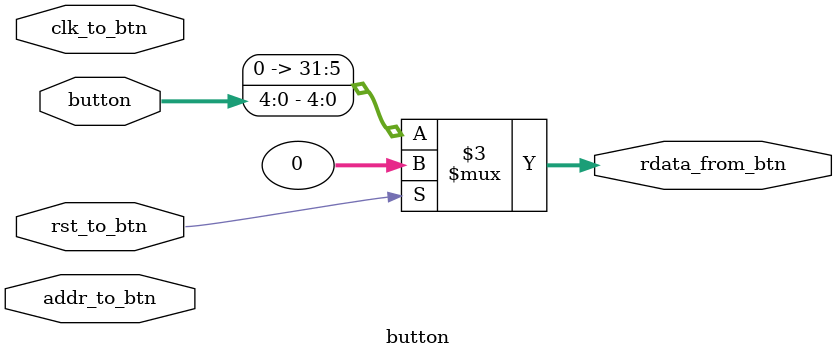
<source format=v>
`timescale 1ns / 1ps

module button(
    input wire         rst_to_btn,   
    input wire         clk_to_btn,   
    input wire [31:0]  addr_to_btn,  
    input wire [4:0]   button,
    
    output reg [31:0]  rdata_from_btn
    );
    
    always@(*)begin
        if(rst_to_btn)rdata_from_btn = 32'b0;
        else rdata_from_btn = {27'b0,button};
    end
endmodule

</source>
